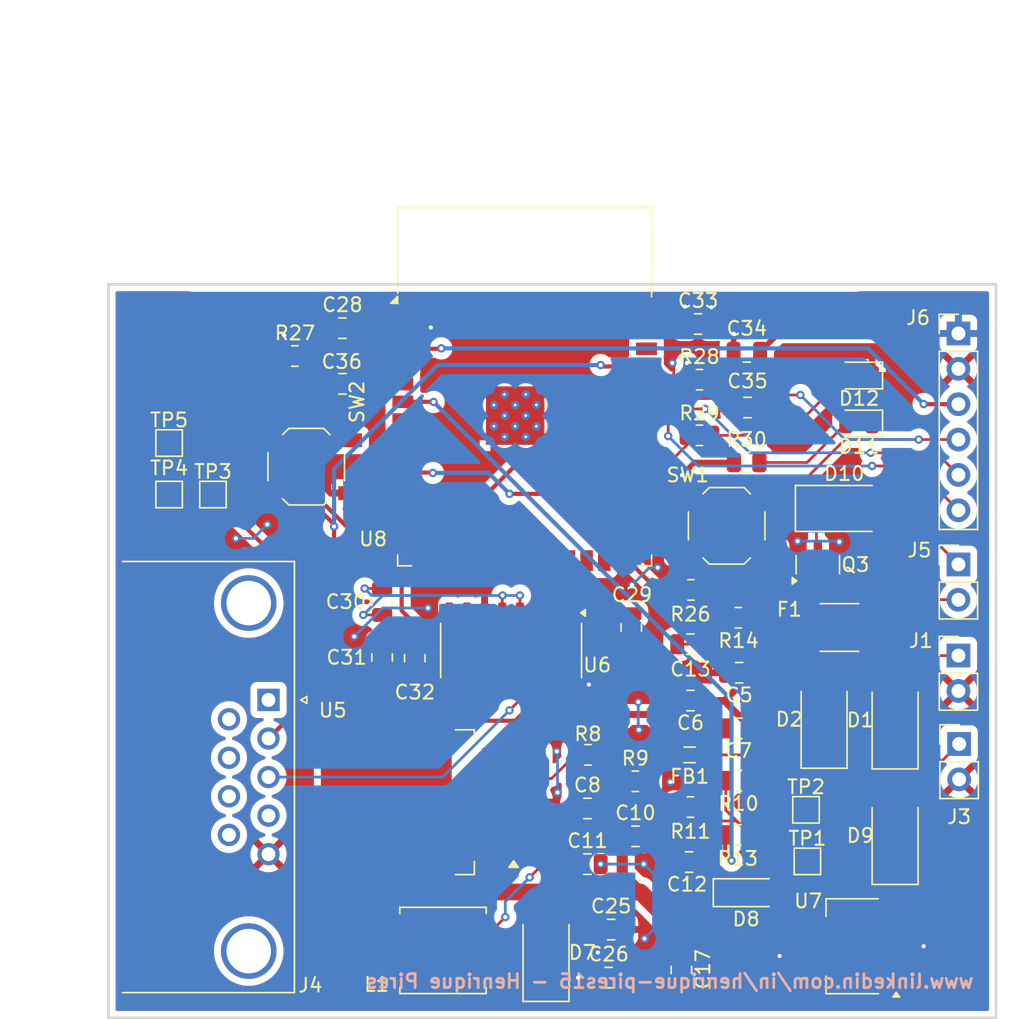
<source format=kicad_pcb>
(kicad_pcb (version 20241229) (generator "pcbnew") (generator_version "9.0")
  (layers (0 "F.Cu" signal) (2 "B.Cu" signal) (13 "F.Paste" user) (15 "B.Paste" user) (5 "F.SilkS" user "F.Silkscreen") (7 "B.SilkS" user "B.Silkscreen") (1 "F.Mask" user) (3 "B.Mask" user) (25 "Edge.Cuts" user))
  (net 0 "")
  (net 1 "+5V")
  (net 2 "GND")
  (net 3 "Net-(Q3-S)")
  (net 4 "Net-(Q3-G)")
  (net 5 "Net-(D10-K)")
  (net 6 "Net-(D7-A)")
  (net 7 "VIN")
  (net 8 "Net-(U5-FB)")
  (net 11 "EN")
  (net 15 "UART_TX")
  (net 23 "Net-(U8-IO5)")
  (net 27 "IO0")
  (net 28 "MOTOR_CTRL")
  (net 30 "UART_RX")
  (net 42 "IN12V_LVL")
  (net 43 "+3.3V")
  (net 44 "Net-(D8-A)")
  (net 45 "5V_MOTOR")
  (net 46 "Net-(U6-C1+)")
  (net 47 "Net-(U6-C2+)")
  (net 48 "Net-(D11-A)")
  (net 49 "Net-(D12-A)")
  (net 50 "Net-(D2-K)")
  (net 51 "Net-(D1-A2)")
  (net 52 "IN12V_RAW")
  (net 53 "Net-(D10-A)")
  (net 54 "DB9_TX")
  (net 55 "DB9_RX")
  (net 60 "Net-(D2-A)")
  (footprint "Capacitor_SMD:C_0805_2012Metric" (layer "F.Cu") (at 138.65 97.75)
    (property "Reference" "C7")
    (property "Value" "100nF")
  )
  (footprint "Connector_PinHeader_2.54mm:PinHeader_1x06_P2.54mm_Vertical" (layer "F.Cu") (at 154.45 69.38)
    (property "Reference" "J6")
    (property "Value" "Conn_01x06")
  )
  (footprint "Capacitor_SMD:C_0805_2012Metric" (layer "F.Cu") (at 129.5 112.2)
    (property "Reference" "C25")
    (property "Value" "10u")
  )
  (footprint "Capacitor_SMD:C_0805_2012Metric" (layer "F.Cu") (at 127.8 107.5)
    (property "Reference" "C11")
    (property "Value" "100 nF")
  )
  (footprint "Package_TO_SOT_SMD:TO-263-5_TabPin3" (layer "F.Cu") (at 114.85 103.05 180)
    (property "Reference" "U5")
    (property "Value" "LM2596S-ADJ")
  )
  (footprint "Resistor_SMD:R_0805_2012Metric" (layer "F.Cu") (at 138.65 101.5 180)
    (property "Reference" "R10")
    (property "Value" "100kΩ")
  )
  (footprint "Button_Switch_SMD:SW_SPST_TL3342" (layer "F.Cu") (at 107.6 78.95)
    (property "Reference" "SW2")
    (property "Value" "SW_Push")
  )
  (footprint "Package_TO_SOT_SMD:SOT-223-3_TabPin2" (layer "F.Cu") (at 146.85 113.4 180)
    (property "Reference" "U7")
    (property "Value" "AMS1117-3.3")
  )
  (footprint "Resistor_SMD:R_0805_2012Metric" (layer "F.Cu") (at 106.7875 71)
    (property "Reference" "R27")
    (property "Value" "10kΩ")
  )
  (footprint "Resistor_SMD:R_0805_2012Metric" (layer "F.Cu") (at 138.6375 89.8)
    (property "Reference" "R14")
    (property "Value" "100 kΩ")
  )
  (footprint "Diode_SMD:D_SMA" (layer "F.Cu") (at 149.9 97.15 90)
    (property "Reference" "D1")
    (property "Value" "D_TVS")
  )
  (footprint "Resistor_SMD:R_0805_2012Metric" (layer "F.Cu") (at 131.2375 101.55 180)
    (property "Reference" "R9")
    (property "Value" "1,20 kΩ")
  )
  (footprint "Package_TO_SOT_SMD:SOT-23" (layer "F.Cu") (at 144.35 85.9875 90)
    (property "Reference" "Q3")
    (property "Value" "AO3400A")
  )
  (footprint "Capacitor_SMD:C_0805_2012Metric" (layer "F.Cu") (at 110.2 73 180)
    (property "Reference" "C36")
    (property "Value" "1nF")
  )
  (footprint "RF_Module:ESP32-WROOM-32" (layer "F.Cu") (at 123.29 76.19)
    (property "Reference" "U8")
    (property "Value" "ESP32-WROOM-32")
  )
  (footprint "Capacitor_SMD:C_0805_2012Metric" (layer "F.Cu") (at 135.2 95.75)
    (property "Reference" "C6")
    (property "Value" "1µF")
  )
  (footprint "Capacitor_SMD:C_0805_2012Metric" (layer "F.Cu") (at 135.1 107.35)
    (property "Reference" "C12")
    (property "Value" "100nF")
  )
  (footprint "Inductor_SMD:L_Bourns_SRN6045TA" (layer "F.Cu") (at 117.425 113.7 180)
    (property "Reference" "L1")
    (property "Value" "L")
  )
  (footprint "TestPoint:TestPoint_Pad_1.5x1.5mm" (layer "F.Cu") (at 100.9 80.95)
    (property "Reference" "TP3")
    (property "Value" "TestPoint")
  )
  (footprint "Diode_SMD:D_SMA" (layer "F.Cu") (at 149.9 105.45 90)
    (property "Reference" "D9")
    (property "Value" "D_TVS")
  )
  (footprint "Resistor_SMD:R_0805_2012Metric" (layer "F.Cu") (at 127.8375 99.65 180)
    (property "Reference" "R8")
    (property "Value" "3,65 kΩ")
  )
  (footprint "Capacitor_SMD:C_0805_2012Metric" (layer "F.Cu") (at 129.325 115.65)
    (property "Reference" "C26")
    (property "Value" "10u")
  )
  (footprint "Diode_SMD:D_SMA" (layer "F.Cu") (at 144.8 97.1 90)
    (property "Reference" "D2")
    (property "Value" "D_Schottky")
  )
  (footprint "TestPoint:TestPoint_Pad_1.5x1.5mm" (layer "F.Cu") (at 97.75 77.25)
    (property "Reference" "TP5")
    (property "Value" "TestPoint")
  )
  (footprint "Inductor_SMD:L_0805_2012Metric" (layer "F.Cu") (at 135.1375 99.65 180)
    (property "Reference" "FB1")
    (property "Value" "FerriteBead")
  )
  (footprint "Capacitor_SMD:C_0805_2012Metric" (layer "F.Cu") (at 135.75 68.7)
    (property "Reference" "C33")
    (property "Value" "100uF")
  )
  (footprint "TestPoint:TestPoint_Pad_1.5x1.5mm" (layer "F.Cu") (at 97.75 80.95)
    (property "Reference" "TP4")
    (property "Value" "TestPoint")
  )
  (footprint "Capacitor_SMD:C_0805_2012Metric" (layer "F.Cu") (at 113.05 92.65 90)
    (property "Reference" "C31")
    (property "Value" "100 nF")
  )
  (footprint "Capacitor_SMD:C_0805_2012Metric" (layer "F.Cu") (at 127.8 103.5)
    (property "Reference" "C8")
    (property "Value" "10 µF")
  )
  (footprint "LED_SMD:LED_0805_2012Metric" (layer "F.Cu") (at 147.3125 75.85 180)
    (property "Reference" "D11")
    (property "Value" "LED")
  )
  (footprint "Capacitor_SMD:C_0805_2012Metric" (layer "F.Cu") (at 138.7 93.75)
    (property "Reference" "C5")
    (property "Value" "100µF")
  )
  (footprint "Resistor_SMD:R_0805_2012Metric" (layer "F.Cu") (at 135.85 76.7 180)
    (property "Reference" "R29")
    (property "Value" "330Ω")
  )
  (footprint "Capacitor_SMD:C_0805_2012Metric" (layer "F.Cu") (at 110.2 69)
    (property "Reference" "C28")
    (property "Value" "100nF")
  )
  (footprint "Capacitor_SMD:C_0805_2012Metric" (layer "F.Cu") (at 139.3 74.7 180)
    (property "Reference" "C35")
    (property "Value" "1nF")
  )
  (footprint "Diode_SMD:D_SMA" (layer "F.Cu") (at 146.25 81.95)
    (property "Reference" "D10")
    (property "Value" "D_Schottky")
  )
  (footprint "Connector_Dsub:DSUB-9_Pins_Horizontal_P2.77x2.84mm_EdgePinOffset7.70mm_Housed_MountingHolesOffset9.12mm" (layer "F.Cu") (at 104.89 95.705 -90)
    (property "Reference" "J4")
    (property "Value" "DE9_Pins")
  )
  (footprint "Capacitor_SMD:C_0805_2012Metric" (layer "F.Cu") (at 130.95 90.5 -90)
    (property "Reference" "C29")
    (property "Value" "100 nF")
  )
  (footprint "Capacitor_SMD:C_0805_2012Metric" (layer "F.Cu") (at 135.2 91.7)
    (property "Reference" "C13")
    (property "Value" "C")
  )
  (footprint "Diode_SMD:D_SOD-123" (layer "F.Cu") (at 139.2 109.55)
    (property "Reference" "D8")
    (property "Value" "D_Zener")
  )
  (footprint "Capacitor_SMD:C_0805_2012Metric" (layer "F.Cu") (at 131.25 105.5)
    (property "Reference" "C10")
    (property "Value" "220 µF")
  )
  (footprint "Button_Switch_SMD:SW_SPST_TL3342" (layer "F.Cu") (at 137.8 83.2)
    (property "Reference" "SW1")
    (property "Value" "SW_Push")
  )
  (footprint "LED_SMD:LED_0805_2012Metric" (layer "F.Cu") (at 147.3125 72.4 180)
    (property "Reference" "D12")
    (property "Value" "LED")
  )
  (footprint "Resistor_SMD:R_0805_2012Metric" (layer "F.Cu") (at 135.2375 87.8 180)
    (property "Reference" "R26")
    (property "Value" "100 kΩ")
  )
  (footprint "Connector_PinHeader_2.54mm:PinHeader_1x02_P2.54mm_Vertical" (layer "F.Cu") (at 154.45 92.52)
    (property "Reference" "J1")
    (property "Value" "Conn_01x02")
  )
  (footprint "Resistor_SMD:R_0805_2012Metric" (layer "F.Cu") (at 139.2375 78.65)
    (property "Reference" "R30")
    (property "Value" "330Ω")
  )
  (footprint "Resistor_SMD:R_0805_2012Metric" (layer "F.Cu") (at 135.85 72.7)
    (property "Reference" "R28")
    (property "Value" "10kΩ")
  )
  (footprint "Capacitor_SMD:C_0805_2012Metric" (layer "F.Cu") (at 139.25 70.7)
    (property "Reference" "C34")
    (property "Value" "100uF")
  )
  (footprint "TestPoint:TestPoint_Pad_1.5x1.5mm" (layer "F.Cu") (at 143.5 103.6)
    (property "Reference" "TP2")
    (property "Value" "TestPoint")
  )
  (footprint "Diode_SMD:D_SMA" (layer "F.Cu") (at 124.825 113.85 90)
    (property "Reference" "D7")
    (property "Value" "D_Schottky")
  )
  (footprint "Resistor_SMD:R_0805_2012Metric" (layer "F.Cu") (at 138.6 105.4)
    (property "Reference" "R13")
    (property "Value" "1kΩ")
  )
  (footprint "Resistor_SMD:R_0805_2012Metric" (layer "F.Cu") (at 135.2 103.4)
    (property "Reference" "R11")
    (property "Value" "33kΩ")
  )
  (footprint "Capacitor_SMD:C_0805_2012Metric" (layer "F.Cu") (at 113.05 88.65 90)
    (property "Reference" "C30")
    (property "Value" "100 nF")
  )
  (footprint "Connector_PinHeader_2.54mm:PinHeader_1x02_P2.54mm_Vertical" (layer "F.Cu") (at 154.45 85.97)
    (property "Reference" "J5")
    (property "Value" "Conn_01x02")
  )
  (footprint "TestPoint:TestPoint_Pad_1.5x1.5mm" (layer "F.Cu") (at 143.6 107.3)
    (property "Reference" "TP1")
    (property "Value" "TestPoint")
  )
  (footprint "Capacitor_SMD:C_0805_2012Metric" (layer "F.Cu") (at 134.55 115.1 -90)
    (property "Reference" "C17")
    (property "Value" "10u")
  )
  (footprint "Capacitor_SMD:C_0805_2012Metric" (layer "F.Cu") (at 115.4 92.7 90)
    (property "Reference" "C32")
    (property "Value" "100 nF")
  )
  (footprint "Fuse:Fuse_1812_4532Metric" (layer "F.Cu") (at 145.9 90.5 180)
    (property "Reference" "F1")
    (property "Value" "Fuse")
  )
  (footprint "Package_SO:SOIC-16_3.9x9.9mm_P1.27mm" (layer "F.Cu") (at 122.315 92.15 -90)
    (property "Reference" "U6")
    (property "Value" "MAX3232")
  )
  (footprint "Connector_PinHeader_2.54mm:PinHeader_1x02_P2.54mm_Vertical" (layer "F.Cu") (at 154.5 98.87)
    (property "Reference" "J3")
    (property "Value" "Conn_01x02")
  )
  (gr_rect (start 93.4 65.85) (end 157.15 118.55) (stroke (width 0.2)) (fill no) (layer "Edge.Cuts"))
  (gr_text "www.linkedin.com/in/henrique-pires15 - Henrique Pires " (at 155.65 116.5 -0) (layer "B.SilkS") (effects (font (size 1 1) (thickness 0.2) (bold yes)) (justify left bottom mirror)))
  (segment (start 134.55 112.45) (end 134.2 112.1) (width 0.8) (layer "F.Cu") (net 1))
  (segment (start 130.3 105.5) (end 130.3 108.2) (width 0.8) (layer "F.Cu") (net 1))
  (segment (start 149.7 110.8) (end 150 111.1) (width 0.2) (layer "F.Cu") (net 1))
  (segment (start 142.6 110.35) (end 149.25 110.35) (width 0.8) (layer "F.Cu") (net 1))
  (segment (start 126.85 101.55) (end 128.75 99.65) (width 0.8) (layer "F.Cu") (net 1))
  (segment (start 117.3 109.5) (end 115.35 111.45) (width 0.8) (layer "F.Cu") (net 1))
  (segment (start 115.35 111.45) (end 115.35 113.7) (width 0.2) (layer "F.Cu") (net 1))
  (segment (start 128.25 105.5) (end 126.85 106.9) (width 0.8) (layer "F.Cu") (net 1))
  (segment (start 149.25 110.35) (end 149.7 110.8) (width 0.8) (layer "F.Cu") (net 1))
  (segment (start 126.85 106.9) (end 126.85 107.5) (width 0.8) (layer "F.Cu") (net 1))
  (segment (start 132.15 101.55) (end 132.15 103.65) (width 0.8) (layer "F.Cu") (net 1))
  (segment (start 117.3 109.5) (end 131.6 109.5) (width 1.2) (layer "F.Cu") (net 1))
  (segment (start 130.3 108.2) (end 131.675 109.575) (width 0.8) (layer "F.Cu") (net 1))
  (segment (start 124.85 109.5) (end 126.85 107.5) (width 0.8) (layer "F.Cu") (net 1))
  (segment (start 140.85 112.1) (end 142.6 110.35) (width 0.8) (layer "F.Cu") (net 1))
  (segment (start 131.6 109.5) (end 131.675 109.575) (width 0.2) (layer "F.Cu") (net 1))
  (segment (start 132.15 103.65) (end 130.3 105.5) (width 0.8) (layer "F.Cu") (net 1))
  (segment (start 126.85 107.5) (end 126.85 103.5) (width 0.8) (layer "F.Cu") (net 1))
  (segment (start 140.85 112.1) (end 134.2 112.1) (width 1.2) (layer "F.Cu") (net 1))
  (segment (start 130.3 105.5) (end 128.25 105.5) (width 0.8) (layer "F.Cu") (net 1))
  (segment (start 117.3 109.5) (end 124.85 109.5) (width 0.2) (layer "F.Cu") (net 1))
  (segment (start 134.55 114.15) (end 134.55 112.45) (width 0.8) (layer "F.Cu") (net 1))
  (segment (start 134.2 112.1) (end 131.675 109.575) (width 1.2) (layer "F.Cu") (net 1))
  (segment (start 126.85 103.5) (end 126.85 101.55) (width 0.8) (layer "F.Cu") (net 1))
  (segment (start 133.15 104.55) (end 133.15 102.2) (width 0.2) (layer "F.Cu") (net 2))
  (segment (start 134.001 71.601) (end 133.9 71.5) (width 0.2) (layer "F.Cu") (net 2))
  (segment (start 137.7 74.05) (end 134.78884 74.05) (width 0.2) (layer "F.Cu") (net 2))
  (segment (start 134.78884 74.05) (end 134.001 73.26216) (width 0.2) (layer "F.Cu") (net 2))
  (segment (start 138.35 74.7) (end 137.7 74.05) (width 0.2) (layer "F.Cu") (net 2))
  (segment (start 132.2 105.5) (end 133.15 104.55) (width 0.2) (layer "F.Cu") (net 2))
  (segment (start 133.15 102.2) (end 133.75 101.6) (width 0.2) (layer "F.Cu") (net 2))
  (segment (start 134.001 73.26216) (end 134.001 71.601) (width 0.2) (layer "F.Cu") (net 2))
  (via (at 145.9 84.35) (size 0.6) (drill 0.3) (layers "F.Cu" "B.Cu") (net 2))
  (via (at 131.85 107.5) (size 0.6) (drill 0.3) (layers "F.Cu" "B.Cu") (net 2))
  (via (at 125.6 99.4) (size 0.6) (drill 0.3) (layers "F.Cu" "B.Cu") (net 2))
  (via (at 131.45 95.85) (size 0.6) (drill 0.3) (layers "F.Cu" "B.Cu") (net 2))
  (via (at 116.35 89.1) (size 0.6) (drill 0.3) (layers "F.Cu" "B.Cu") (net 2))
  (via (at 111.05 91.15) (size 0.6) (drill 0.3) (layers "F.Cu" "B.Cu") (net 2))
  (via (at 133.75 101.6) (size 0.6) (drill 0.3) (layers "F.Cu" "B.Cu") (net 2))
  (via (at 131.5 97.85) (size 0.6) (drill 0.3) (layers "F.Cu" "B.Cu") (net 2))
  (via (at 133.9 71.5) (size 0.6) (drill 0.3) (layers "F.Cu" "B.Cu") (net 2))
  (via (at 131.9 112.85) (size 0.6) (drill 0.3) (layers "F.Cu" "B.Cu") (net 2))
  (via (at 132.85 86.2) (size 0.6) (drill 0.3) (layers "F.Cu" "B.Cu") (net 2))
  (via (at 128.75 107.5) (size 0.6) (drill 0.3) (layers "F.Cu" "B.Cu") (net 2))
  (via (at 125.65 102.35) (size 0.6) (drill 0.3) (layers "F.Cu" "B.Cu") (net 2))
  (via (at 142.9 84.3) (size 0.6) (drill 0.3) (layers "F.Cu" "B.Cu") (net 2))
  (via (at 102.55 84.1) (size 0.6) (drill 0.3) (layers "F.Cu" "B.Cu") (net 2))
  (via (at 104.8 83.1) (size 0.6) (drill 0.3) (layers "F.Cu" "B.Cu") (net 2))
  (via (at 131 87.45) (size 0.6) (drill 0.3) (layers "F.Cu" "B.Cu") (net 2))
  (segment (start 132.65 108.3) (end 131.85 107.5) (width 0.2) (layer "B.Cu") (net 2))
  (segment (start 131.9 112.85) (end 132.65 112.1) (width 0.2) (layer "B.Cu") (net 2))
  (segment (start 142.9 84.3) (end 145.85 84.3) (width 0.2) (layer "B.Cu") (net 2))
  (segment (start 103.8 84.1) (end 104.8 83.1) (width 0.2) (layer "B.Cu") (net 2))
  (segment (start 102.55 84.1) (end 103.8 84.1) (width 0.2) (layer "B.Cu") (net 2))
  (segment (start 125.65 99.45) (end 125.6 99.4) (width 0.2) (layer "B.Cu") (net 2))
  (segment (start 131.45 95.85) (end 131.45 97.8) (width 0.2) (layer "B.Cu") (net 2))
  (segment (start 145.85 84.3) (end 145.9 84.35) (width 0.2) (layer "B.Cu") (net 2))
  (segment (start 111.05 91.15) (end 113.1 89.1) (width 0.2) (layer "B.Cu") (net 2))
  (segment (start 132.25 86.2) (end 132.85 86.2) (width 0.2) (layer "B.Cu") (net 2))
  (segment (start 131 87.45) (end 132.25 86.2) (width 0.2) (layer "B.Cu") (net 2))
  (segment (start 113.1 89.1) (end 116.35 89.1) (width 0.2) (layer "B.Cu") (net 2))
  (segment (start 125.65 102.35) (end 125.65 99.45) (width 0.2) (layer "B.Cu") (net 2))
  (segment (start 128.75 107.5) (end 131.85 107.5) (width 0.2) (layer "B.Cu") (net 2))
  (segment (start 132.65 112.1) (end 132.65 108.3) (width 0.2) (layer "B.Cu") (net 2))
  (segment (start 131.45 97.8) (end 131.5 97.85) (width 0.2) (layer "B.Cu") (net 2))
  (segment (start 145.3 86.925) (end 144.2615 87.9635) (width 0.2) (layer "F.Cu") (net 3))
  (segment (start 144.2615 87.9635) (end 141.3865 87.9635) (width 0.2) (layer "F.Cu") (net 3))
  (segment (start 141.3865 87.9635) (end 139.55 89.8) (width 0.2) (layer "F.Cu") (net 3))
  (segment (start 143.4 86.925) (end 137.025 86.925) (width 0.2) (layer "F.Cu") (net 4))
  (segment (start 137.025 86.925) (end 136.15 87.8) (width 0.2) (layer "F.Cu") (net 4))
  (segment (start 144.25 84.95) (end 144.35 85.05) (width 0.2) (layer "F.Cu") (net 5))
  (segment (start 144.25 81.95) (end 144.25 84.95) (width 0.2) (layer "F.Cu") (net 5))
  (segment (start 124.8 104.75) (end 125.101 105.051) (width 0.2) (layer "F.Cu") (net 6))
  (segment (start 125.101 105.051) (end 125.101 106.999) (width 0.2) (layer "F.Cu") (net 6))
  (segment (start 122.975 113.7) (end 124.825 111.85) (width 0.2) (layer "F.Cu") (net 6))
  (segment (start 125.101 106.999) (end 123.65 108.45) (width 0.2) (layer "F.Cu") (net 6))
  (segment (start 119.5 113.7) (end 122.975 113.7) (width 0.2) (layer "F.Cu") (net 6))
  (segment (start 122.5 104.75) (end 124.8 104.75) (width 0.2) (layer "F.Cu") (net 6))
  (segment (start 119.5 113.7) (end 121.9 111.3) (width 0.2) (layer "F.Cu") (net 6))
  (via (at 123.65 108.45) (size 0.6) (drill 0.3) (layers "F.Cu" "B.Cu") (net 6))
  (via (at 121.9 111.3) (size 0.6) (drill 0.3) (layers "F.Cu" "B.Cu") (net 6))
  (segment (start 121.9 110.2) (end 121.9 111.3) (width 0.2) (layer "B.Cu") (net 6))
  (segment (start 123.65 108.45) (end 121.9 110.2) (width 0.2) (layer "B.Cu") (net 6))
  (segment (start 134.075 99.65) (end 134.075 97.825) (width 0.5) (layer "F.Cu") (net 7))
  (segment (start 136.15 95.75) (end 137.6 95.75) (width 0.5) (layer "F.Cu") (net 7))
  (segment (start 133.475 97.825) (end 132.75 97.1) (width 0.5) (layer "F.Cu") (net 7))
  (segment (start 134.075 97.825) (end 133.475 97.825) (width 0.5) (layer "F.Cu") (net 7))
  (segment (start 121.699 107.251) (end 119.701 107.251) (width 0.5) (layer "F.Cu") (net 7))
  (segment (start 120.2 99.65) (end 122.5 99.65) (width 0.5) (layer "F.Cu") (net 7))
  (segment (start 132.4 96.75) (end 130.7 96.75) (width 0.5) (layer "F.Cu") (net 7))
  (segment (start 137.6 95.75) (end 139.6 97.75) (width 0.5) (layer "F.Cu") (net 7))
  (segment (start 134.8 97.1) (end 136.15 95.75) (width 0.5) (layer "F.Cu") (net 7))
  (segment (start 125.05 97.1) (end 122.5 99.65) (width 0.5) (layer "F.Cu") (net 7))
  (segment (start 118.85 106.4) (end 118.85 101) (width 0.5) (layer "F.Cu") (net 7))
  (segment (start 132.75 97.1) (end 132.4 96.75) (width 0.5) (layer "F.Cu") (net 7))
  (segment (start 130.35 97.1) (end 125.05 97.1) (width 0.5) (layer "F.Cu") (net 7))
  (segment (start 118.85 101) (end 120.2 99.65) (width 0.5) (layer "F.Cu") (net 7))
  (segment (start 130.7 96.75) (end 130.35 97.1) (width 0.5) (layer "F.Cu") (net 7))
  (segment (start 119.701 107.251) (end 118.85 106.4) (width 0.5) (layer "F.Cu") (net 7))
  (segment (start 134.075 97.825) (end 136.15 95.75) (width 0.5) (layer "F.Cu") (net 7))
  (segment (start 137.65 95.75) (end 139.65 93.75) (width 0.5) (layer "F.Cu") (net 7))
  (segment (start 122.5 106.45) (end 121.699 107.251) (width 0.5) (layer "F.Cu") (net 7))
  (segment (start 136.15 95.75) (end 137.65 95.75) (width 0.5) (layer "F.Cu") (net 7))
  (segment (start 125.225 101.35) (end 126.925 99.65) (width 0.2) (layer "F.Cu") (net 8))
  (segment (start 122.5 101.35) (end 125.225 101.35) (width 0.2) (layer "F.Cu") (net 8))
  (segment (start 109.25 70.9) (end 109.15 71) (width 0.2) (layer "F.Cu") (net 11))
  (segment (start 110.75 77.05) (end 110.75 73.4) (width 0.2) (layer "F.Cu") (net 11))
  (segment (start 114.54 70.48) (end 109.67 70.48) (width 0.2) (layer "F.Cu") (net 11))
  (segment (start 117.27 70.48) (end 114.54 70.48) (width 0.3) (layer "F.Cu") (net 11))
  (segment (start 109.67 70.48) (end 109.25 70.9) (width 0.2) (layer "F.Cu") (net 11))
  (segment (start 110.75 73.4) (end 111.15 73) (width 0.2) (layer "F.Cu") (net 11))
  (segment (start 151.96 74.46) (end 151.95 74.45) (width 0.3) (layer "F.Cu") (net 11))
  (segment (start 110.75 77.05) (end 104.45 77.05) (width 0.2) (layer "F.Cu") (net 11))
  (segment (start 109.15 71) (end 111.15 73) (width 0.2) (layer "F.Cu") (net 11))
  (segment (start 117.3 70.45) (end 117.27 70.48) (width 0.3) (layer "F.Cu") (net 11))
  (segment (start 154.45 74.46) (end 151.96 74.46) (width 0.3) (layer "F.Cu") (net 11))
  (segment (start 111.15 69) (end 109.25 70.9) (width 0.2) (layer "F.Cu") (net 11))
  (segment (start 107.7 71) (end 109.15 71) (width 0.2) (layer "F.Cu") (net 11))
  (via (at 117.3 70.45) (size 0.6) (drill 0.3) (layers "F.Cu" "B.Cu") (net 11))
  (via (at 151.95 74.45) (size 0.6) (drill 0.3) (layers "F.Cu" "B.Cu") (net 11))
  (segment (start 151.95 74.45) (end 147.95 70.45) (width 0.3) (layer "B.Cu") (net 11))
  (segment (start 147.95 70.45) (end 117.3 70.45) (width 0.3) (layer "B.Cu") (net 11))
  (segment (start 105.95 79.45) (end 109.6 83.1) (width 0.3) (layer "F.Cu") (net 15))
  (segment (start 133.6 72.778) (end 132.572 71.75) (width 0.2) (layer "F.Cu") (net 15))
  (segment (start 112.1 96.55) (end 119.459999 96.55) (width 0.3) (layer "F.Cu") (net 15))
  (segment (start 101.65 79.1) (end 102 79.45) (width 0.3) (layer "F.Cu") (net 15))
  (segment (start 120.41 95.599999) (end 120.41 94.625) (width 0.3) (layer "F.Cu") (net 15))
  (segment (start 134.001 73.8819) (end 133.6 73.4809) (width 0.2) (layer "F.Cu") (net 15))
  (segment (start 132.572 71.75) (end 132.04 71.75) (width 0.2) (layer "F.Cu") (net 15))
  (segment (start 134.001 73.901) (end 134.001 73.8819) (width 0.2) (layer "F.Cu") (net 15))
  (segment (start 154.45 79.54) (end 152.86 77.95) (width 0.2) (layer "F.Cu") (net 15))
  (segment (start 133.6 73.4809) (end 133.6 72.778) (width 0.2) (layer "F.Cu") (net 15))
  (segment (start 99.6 79.1) (end 101.65 79.1) (width 0.3) (layer "F.Cu") (net 15))
  (segment (start 128.85 71.75) (end 132.04 71.75) (width 0.3) (layer "F.Cu") (net 15))
  (segment (start 97.75 80.95) (end 99.6 79.1) (width 0.3) (layer "F.Cu") (net 15))
  (segment (start 128.75 71.65) (end 128.85 71.75) (width 0.3) (layer "F.Cu") (net 15))
  (segment (start 102 79.45) (end 105.95 79.45) (width 0.3) (layer "F.Cu") (net 15))
  (segment (start 109.6 83.1) (end 109.6 83.25) (width 0.3) (layer "F.Cu") (net 15))
  (segment (start 134.9 74.8) (end 134.001 73.901) (width 0.2) (layer "F.Cu") (net 15))
  (segment (start 109.6 83.25) (end 109.6 94.05) (width 0.3) (layer "F.Cu") (net 15))
  (segment (start 152.86 77.95) (end 148.15 77.95) (width 0.2) (layer "F.Cu") (net 15))
  (segment (start 109.6 94.05) (end 112.1 96.55) (width 0.3) (layer "F.Cu") (net 15))
  (segment (start 119.459999 96.55) (end 120.41 95.599999) (width 0.3) (layer "F.Cu") (net 15))
  (segment (start 136.25 74.8) (end 134.9 74.8) (width 0.2) (layer "F.Cu") (net 15))
  (via (at 136.25 74.8) (size 0.6) (drill 0.3) (layers "F.Cu" "B.Cu") (net 15))
  (via (at 128.75 71.65) (size 0.6) (drill 0.3) (layers "F.Cu" "B.Cu") (net 15))
  (via (at 109.6 83.25) (size 0.6) (drill 0.3) (layers "F.Cu" "B.Cu") (net 15))
  (via (at 148.15 77.95) (size 0.6) (drill 0.3) (layers "F.Cu" "B.Cu") (net 15))
  (segment (start 136.3 74.8) (end 136.25 74.8) (width 0.2) (layer "B.Cu") (net 15))
  (segment (start 117.05 71.65) (end 128.75 71.65) (width 0.3) (layer "B.Cu") (net 15))
  (segment (start 109.6 79.1) (end 117.05 71.65) (width 0.3) (layer "B.Cu") (net 15))
  (segment (start 148.15 77.95) (end 139.45 77.95) (width 0.2) (layer "B.Cu") (net 15))
  (segment (start 138.275 76.775) (end 138.225 76.725) (width 0.2) (layer "B.Cu") (net 15))
  (segment (start 109.6 83.25) (end 109.6 79.1) (width 0.3) (layer "B.Cu") (net 15))
  (segment (start 139.45 77.95) (end 138.275 76.775) (width 0.2) (layer "B.Cu") (net 15))
  (segment (start 138.275 76.775) (end 136.3 74.8) (width 0.2) (layer "B.Cu") (net 15))
  (segment (start 134.9375 77.4) (end 132.9675 79.37) (width 0.2) (layer "F.Cu") (net 23))
  (segment (start 132.9675 79.37) (end 132.04 79.37) (width 0.2) (layer "F.Cu") (net 23))
  (segment (start 134.9375 76.7) (end 134.9375 77.4) (width 0.2) (layer "F.Cu") (net 23))
  (segment (start 134.65 82.372) (end 132.572 84.45) (width 0.2) (layer "F.Cu") (net 27))
  (segment (start 140.25 74.7) (end 138.25 72.7) (width 0.2) (layer "F.Cu") (net 27))
  (segment (start 151.6 77) (end 154.45 77) (width 0.2) (layer "F.Cu") (net 27))
  (segment (start 146.3 77) (end 151.6 77) (width 0.2) (layer "F.Cu") (net 27))
  (segment (start 140.25 74.7) (end 141.15 73.8) (width 0.2) (layer "F.Cu") (net 27))
  (segment (start 143.1 73.8) (end 143.25 73.8) (width 0.2) (layer "F.Cu") (net 27))
  (segment (start 140.95 81.3) (end 142 81.3) (width 0.2) (layer "F.Cu") (net 27))
  (segment (start 132.572 84.45) (end 132.04 84.45) (width 0.2) (layer "F.Cu") (net 27))
  (segment (start 142 81.3) (end 146.3 77) (width 0.2) (layer "F.Cu") (net 27))
  (segment (start 138.25 72.7) (end 136.7625 72.7) (width 0.2) (layer "F.Cu") (net 27))
  (segment (start 141.15 73.8) (end 143.1 73.8) (width 0.2) (layer "F.Cu") (net 27))
  (segment (start 134.65 81.3) (end 140.95 81.3) (width 0.2) (layer "F.Cu") (net 27))
  (segment (start 134.65 81.3) (end 134.65 82.372) (width 0.2) (layer "F.Cu") (net 27))
  (via (at 143.1 73.8) (size 0.6) (drill 0.3) (layers "F.Cu" "B.Cu") (net 27))
  (via (at 151.6 77) (size 0.6) (drill 0.3) (layers "F.Cu" "B.Cu") (net 27))
  (segment (start 146.3 77) (end 143.1 73.8) (width 0.2) (layer "B.Cu") (net 27))
  (segment (start 151.6 77) (end 146.3 77) (width 0.2) (layer "B.Cu") (net 27))
  (segment (start 134.82634 89.8) (end 125.92634 80.9) (width 0.3) (layer "F.Cu") (net 28))
  (segment (start 137.725 89.8) (end 134.82634 89.8) (width 0.3) (layer "F.Cu") (net 28))
  (segment (start 116.7 79.4) (end 116.67 79.37) (width 0.3) (layer "F.Cu") (net 28))
  (segment (start 122.2 80.9) (end 122.1 80.9) (width 0.3) (layer "F.Cu") (net 28))
  (segment (start 116.67 79.37) (end 114.54 79.37) (width 0.3) (layer "F.Cu") (net 28))
  (segment (start 125.92634 80.9) (end 122.2 80.9) (width 0.3) (layer "F.Cu") (net 28))
  (via (at 122.2 80.9) (size 0.6) (drill 0.3) (layers "F.Cu" "B.Cu") (net 28))
  (via (at 116.7 79.4) (size 0.6) (drill 0.3) (layers "F.Cu" "B.Cu") (net 28))
  (segment (start 122.2 80.9) (end 120.7 79.4) (width 0.3) (layer "B.Cu") (net 28))
  (segment (start 120.7 79.4) (end 116.7 79.4) (width 0.3) (layer "B.Cu") (net 28))
  (segment (start 114.27242 87.02242) (end 106.3 79.05) (width 0.3) (layer "F.Cu") (net 30))
  (segment (start 123.396 78.082) (end 126.028 78.082) (width 0.3) (layer "F.Cu") (net 30))
  (segment (start 114.45558 87.02242) (end 114.27242 87.02242) (width 0.3) (layer "F.Cu") (net 30))
  (segment (start 126.028 78.082) (end 131.09 73.02) (width 0.3) (layer "F.Cu") (net 30))
  (segment (start 133.6 76.75) (end 133.6 74.048) (width 0.2) (layer "F.Cu") (net 30))
  (segment (start 133.6 74.048) (end 132.572 73.02) (width 0.2) (layer "F.Cu") (net 30))
  (segment (start 151.27 78.9) (end 148.25 78.9) (width 0.2) (layer "F.Cu") (net 30))
  (segment (start 106.2 78.95) (end 102.6 78.95) (width 0.3) (layer "F.Cu") (net 30))
  (segment (start 121.68 93.650001) (end 119.294839 91.26484) (width 0.3) (layer "F.Cu") (net 30))
  (segment (start 119.294839 91.26484) (end 116.426 91.26484) (width 0.3) (layer "F.Cu") (net 30))
  (segment (start 106.3 79.05) (end 106.2 78.95) (width 0.3) (layer "F.Cu") (net 30))
  (segment (start 102.6 78.95) (end 100.9 77.25) (width 0.3) (layer "F.Cu") (net 30))
  (segment (start 100.9 77.25) (end 97.75 77.25) (width 0.3) (layer "F.Cu") (net 30))
  (segment (start 114.45558 89.29442) (end 114.45558 87.02242) (width 0.3) (layer "F.Cu") (net 30))
  (segment (start 116.426 91.26484) (end 114.45558 89.29442) (width 0.3) (layer "F.Cu") (net 30))
  (segment (start 132.572 73.02) (end 132.04 73.02) (width 0.2) (layer "F.Cu") (net 30))
  (segment (start 131.09 73.02) (end 132.04 73.02) (width 0.3) (layer "F.Cu") (net 30))
  (segment (start 154.45 82.08) (end 151.27 78.9) (width 0.2) (layer "F.Cu") (net 30))
  (segment (start 121.68 94.625) (end 121.68 93.650001) (width 0.3) (layer "F.Cu") (net 30))
  (segment (start 114.45558 87.02242) (end 123.396 78.082) (width 0.3) (layer "F.Cu") (net 30))
  (via (at 133.6 76.75) (size 0.6) (drill 0.3) (layers "F.Cu" "B.Cu") (net 30))
  (via (at 148.25 78.9) (size 0.6) (drill 0.3) (layers "F.Cu" "B.Cu") (net 30))
  (segment (start 148.25 78.9) (end 135.75 78.9) (width 0.2) (layer "B.Cu") (net 30))
  (segment (start 135.75 78.9) (end 133.6 76.75) (width 0.2) (layer "B.Cu") (net 30))
  (segment (start 116.74 74.29) (end 114.54 74.29) (width 0.3) (layer "F.Cu") (net 42))
  (segment (start 137.6875 105.4) (end 137.6875 106.7875) (width 0.3) (layer "F.Cu") (net 42))
  (segment (start 116.75 74.3) (end 116.74 74.29) (width 0.3) (layer "F.Cu") (net 42))
  (segment (start 137.6875 106.7875) (end 138.15 107.25) (width 0.3) (layer "F.Cu") (net 42))
  (via (at 138.15 107.25) (size 0.6) (drill 0.3) (layers "F.Cu" "B.Cu") (net 42))
  (via (at 116.75 74.3) (size 0.6) (drill 0.3) (layers "F.Cu" "B.Cu") (net 42))
  (segment (start 138.15 107.25) (end 138.15 95.7) (width 0.3) (layer "B.Cu") (net 42))
  (segment (start 138.15 95.7) (end 116.75 74.3) (width 0.3) (layer "B.Cu") (net 42))
  (segment (start 128.375 115.65) (end 127.125 115.65) (width 0.4) (layer "F.Cu") (net 43))
  (segment (start 141.52 69.38) (end 140.2 70.7) (width 0.4) (layer "F.Cu") (net 43))
  (segment (start 105.875 71) (end 105.875 69.675) (width 0.2) (layer "F.Cu") (net 43))
  (segment (start 143.7 113.4) (end 142.3 113.4) (width 0.4) (layer "F.Cu") (net 43))
  (segment (start 138.3 70.7) (end 138.3 69.4) (width 0.4) (layer "F.Cu") (net 43))
  (segment (start 114.54 69.21) (end 116.29 69.21) (width 0.2) (layer "F.Cu") (net 43))
  (segment (start 138.325 78.65) (end 135.5 78.65) (width 0.4) (layer "F.Cu") (net 43))
  (segment (start 134.9375 72.7) (end 134.9375 71.5125) (width 0.4) (layer "F.Cu") (net 43))
  (segment (start 134.8 68.7) (end 134.8 67.45) (width 0.4) (layer "F.Cu") (net 43))
  (segment (start 136.7 68.7) (end 136.7 67.5) (width 0.4) (layer "F.Cu") (net 43))
  (segment (start 142.3 113.4) (end 141.6 114.1) (width 0.4) (layer "F.Cu") (net 43))
  (segment (start 106.025 69.525) (end 106.05 69.5) (width 0.2) (layer "F.Cu") (net 43))
  (segment (start 126.76 94.625) (end 127.875 94.625) (width 0.4) (layer "F.Cu") (net 43))
  (segment (start 127.875 94.625) (end 127.9 94.6) (width 0.4) (layer "F.Cu") (net 43))
  (segment (start 135.5 78.65) (end 134.6 79.55) (width 0.4) (layer "F.Cu") (net 43))
  (segment (start 150 113.4) (end 151.95 113.4) (width 0.4) (layer "F.Cu") (net 43))
  (segment (start 116.29 69.21) (end 116.55 68.95) (width 0.2) (layer "F.Cu") (net 43))
  (segment (start 154.45 69.38) (end 141.52 69.38) (width 0.4) (layer "F.Cu") (net 43))
  (segment (start 134.9375 71.5125) (end 134.95 71.5) (width 0.4) (layer "F.Cu") (net 43))
  (segment (start 128.55 112.2) (end 128.55 113.85) (width 0.4) (layer "F.Cu") (net 43))
  (segment (start 105.875 69.675) (end 106.025 69.525) (width 0.2) (layer "F.Cu") (net 43))
  (via (at 116.55 68.95) (size 0.6) (drill 0.3) (layers "F.Cu" "B.Cu") (net 43))
  (via (at 134.8 67.45) (size 0.6) (drill 0.3) (layers "F.Cu" "B.Cu") (net 43))
  (via (at 127.9 94.6) (size 0.6) (drill 0.3) (layers "F.Cu" "B.Cu") (net 43))
  (via (at 141.6 114.1) (size 0.6) (drill 0.3) (layers "F.Cu" "B.Cu") (net 43))
  (via (at 128.55 113.85) (size 0.6) (drill 0.3) (layers "F.Cu" "B.Cu") (net 43))
  (via (at 106.025 69.525) (size 0.6) (drill 0.3) (layers "F.Cu" "B.Cu") (net 43))
  (via (at 134.95 71.5) (size 0.6) (drill 0.3) (layers "F.Cu" "B.Cu") (net 43))
  (via (at 134.6 79.55) (size 0.6) (drill 0.3) (layers "F.Cu" "B.Cu") (net 43))
  (via (at 138.3 69.4) (size 0.6) (drill 0.3) (layers "F.Cu" "B.Cu") (net 43))
  (via (at 127.125 115.65) (size 0.6) (drill 0.3) (layers "F.Cu" "B.Cu") (net 43))
  (via (at 136.7 67.5) (size 0.6) (drill 0.3) (layers "F.Cu" "B.Cu") (net 43))
  (via (at 151.95 113.4) (size 0.6) (drill 0.3) (layers "F.Cu" "B.Cu") (net 43))
  (segment (start 138.5115 104.399) (end 136.61216 104.399) (width 0.2) (layer "F.Cu") (net 44))
  (segment (start 143.6 107.3) (end 141.4125 107.3) (width 0.2) (layer "F.Cu") (net 44))
  (segment (start 141.4125 107.3) (end 139.5125 105.4) (width 0.2) (layer "F.Cu") (net 44))
  (segment (start 134.2875 103.4) (end 134.2875 107.2125) (width 0.2) (layer "F.Cu") (net 44))
  (segment (start 134.2875 107.2125) (end 134.15 107.35) (width 0.2) (layer "F.Cu") (net 44))
  (segment (start 136.61216 104.399) (end 136.61016 104.401) (width 0.2) (layer "F.Cu") (net 44))
  (segment (start 135.2885 104.401) (end 134.2875 103.4) (width 0.2) (layer "F.Cu") (net 44))
  (segment (start 136.61016 104.401) (end 135.2885 104.401) (width 0.2) (layer "F.Cu") (net 44))
  (segment (start 137.7375 101.5) (end 137.7375 103.625) (width 0.2) (layer "F.Cu") (net 44))
  (segment (start 139.5125 105.4) (end 138.5115 104.399) (width 0.2) (layer "F.Cu") (net 44))
  (segment (start 137.7375 103.625) (end 139.5125 105.4) (width 0.2) (layer "F.Cu") (net 44))
  (segment (start 140.85 109.55) (end 140.85 107.8625) (width 0.2) (layer "F.Cu") (net 44))
  (segment (start 140.85 107.8625) (end 141.4125 107.3) (width 0.2) (layer "F.Cu") (net 44))
  (segment (start 142.34966 88.499) (end 139.14866 91.7) (width 0.2) (layer "F.Cu") (net 45))
  (segment (start 154.439 88.499) (end 142.34966 88.499) (width 0.2) (layer "F.Cu") (net 45))
  (segment (start 139.14866 91.7) (end 138 91.7) (width 0.2) (layer "F.Cu") (net 45))
  (segment (start 134.25 91.7) (end 138 91.7) (width 0.2) (layer "F.Cu") (net 45))
  (segment (start 154.45 88.51) (end 154.439 88.499) (width 0.2) (layer "F.Cu") (net 45))
  (segment (start 138 91.7) (end 136.15 91.7) (width 0.2) (layer "F.Cu") (net 45))
  (segment (start 125.020001 91.45) (end 130.95 91.45) (width 0.2) (layer "F.Cu") (net 46))
  (segment (start 130.95 89.55) (end 130.95 91.45) (width 0.2) (layer "F.Cu") (net 46))
  (segment (start 130.95 89.55) (end 126.885 89.55) (width 0.2) (layer "F.Cu") (net 46))
  (segment (start 124.22 89.675) (end 124.22 90.649999) (width 0.2) (layer "F.Cu") (net 46))
  (segment (start 126.885 89.55) (end 126.76 89.675) (width 0.2) (layer "F.Cu") (net 46))
  (segment (start 124.22 90.649999) (end 125.020001 91.45) (width 0.2) (layer "F.Cu") (net 46))
  (segment (start 111.8 87.7) (end 111.7 87.7) (width 0.2) (layer "F.Cu") (net 47))
  (segment (start 121.68 88.22) (end 121.7 88.2) (width 0.2) (layer "F.Cu") (net 47))
  (segment (start 113.05 87.7) (end 111.8 87.7) (width 0.2) (layer "F.Cu") (net 47))
  (segment (start 113.05 89.6) (end 111.7 89.6) (width 0.2) (layer "F.Cu") (net 47))
  (segment (start 121.68 89.675) (end 121.68 88.22) (width 0.2) (layer "F.Cu") (net 47))
  (segment (start 122.95 89.675) (end 122.95 88.2) (width 0.2) (layer "F.Cu") (net 47))
  (via (at 111.7 89.6) (size 0.6) (drill 0.3) (layers "F.Cu" "B.Cu") (net 47))
  (via (at 122.95 88.2) (size 0.6) (drill 0.3) (layers "F.Cu" "B.Cu") (net 47))
  (via (at 121.7 88.2) (size 0.6) (drill 0.3) (layers "F.Cu" "B.Cu") (net 47))
  (via (at 111.8 87.7) (size 0.6) (drill 0.3) (layers "F.Cu" "B.Cu") (net 47))
  (segment (start 113.1 88.2) (end 111.7 89.6) (width 0.2) (layer "B.Cu") (net 47))
  (segment (start 121.7 88.2) (end 115.05 88.2) (width 0.2) (layer "B.Cu") (net 47))
  (segment (start 115.05 88.2) (end 112.3 88.2) (width 0.2) (layer "B.Cu") (net 47))
  (segment (start 112.3 88.2) (end 111.8 87.7) (width 0.2) (layer "B.Cu") (net 47))
  (segment (start 122.95 88.2) (end 121.7 88.2) (width 0.2) (layer "B.Cu") (net 47))
  (segment (start 115.05 88.2) (end 113.1 88.2) (width 0.2) (layer "B.Cu") (net 47))
  (segment (start 140.15 78.65) (end 143.575 78.65) (width 0.2) (layer "F.Cu") (net 48))
  (segment (start 143.575 78.65) (end 146.375 75.85) (width 0.2) (layer "F.Cu") (net 48))
  (segment (start 142.075 76.7) (end 146.375 72.4) (width 0.2) (layer "F.Cu") (net 49))
  (segment (start 136.7625 76.7) (end 142.075 76.7) (width 0.2) (layer "F.Cu") (net 49))
  (segment (start 144.25 99.65) (end 144.8 99.1) (width 0.2) (layer "F.Cu") (net 50))
  (segment (start 136.2 99.65) (end 144.25 99.65) (width 0.2) (layer "F.Cu") (net 50))
  (segment (start 154.45 92.52) (end 150.0575 92.52) (width 0.2) (layer "F.Cu") (net 51))
  (segment (start 148.0375 90.5) (end 148.0375 93.2875) (width 0.2) (layer "F.Cu") (net 51))
  (segment (start 148.0375 93.2875) (end 149.9 95.15) (width 0.2) (layer "F.Cu") (net 51))
  (segment (start 150.0575 92.52) (end 148.0375 90.5) (width 0.2) (layer "F.Cu") (net 51))
  (segment (start 154.48 98.87) (end 154.5 98.87) (width 0.2) (layer "F.Cu") (net 52))
  (segment (start 139.5625 101.5) (end 141.4 101.5) (width 0.2) (layer "F.Cu") (net 52))
  (segment (start 149.9 103.45) (end 154.48 98.87) (width 0.2) (layer "F.Cu") (net 52))
  (segment (start 141.4 101.5) (end 143.5 103.6) (width 0.2) (layer "F.Cu") (net 52))
  (segment (start 143.65 103.45) (end 143.5 103.6) (width 0.2) (layer "F.Cu") (net 52))
  (segment (start 149.9 103.45) (end 143.65 103.45) (width 0.2) (layer "F.Cu") (net 52))
  (segment (start 148.25 81.95) (end 150.43 81.95) (width 0.2) (layer "F.Cu") (net 53))
  (segment (start 150.43 81.95) (end 154.45 85.97) (width 0.2) (layer "F.Cu") (net 53))
  (segment (start 100.9 80.95) (end 107.35 87.4) (width 0.3) (layer "F.Cu") (net 54))
  (segment (start 107.35 87.4) (end 107.35 96.015) (width 0.3) (layer "F.Cu") (net 54))
  (segment (start 107.35 96.015) (end 104.89 98.475) (width 0.3) (layer "F.Cu") (net 54))
  (segment (start 106.165 97.2) (end 122.619999 97.2) (width 0.3) (layer "F.Cu") (net 54))
  (segment (start 124.22 95.599999) (end 124.22 94.625) (width 0.3) (layer "F.Cu") (net 54))
  (segment (start 122.619999 97.2) (end 124.22 95.599999) (width 0.3) (layer "F.Cu") (net 54))
  (segment (start 104.89 98.475) (end 106.165 97.2) (width 0.3) (layer "F.Cu") (net 54))
  (segment (start 122.2 96.45) (end 122.95 95.7) (width 0.2) (layer "F.Cu") (net 55))
  (segment (start 122.95 95.7) (end 122.95 94.625) (width 0.2) (layer "F.Cu") (net 55))
  (via (at 122.2 96.45) (size 0.6) (drill 0.3) (layers "F.Cu" "B.Cu") (net 55))
  (segment (start 104.89 101.245) (end 117.405 101.245) (width 0.2) (layer "B.Cu") (net 55))
  (segment (start 117.405 101.245) (end 122.2 96.45) (width 0.2) (layer "B.Cu") (net 55))
  (segment (start 143.7625 90.5) (end 143.7625 94.0625) (width 0.2) (layer "F.Cu") (net 60))
  (segment (start 143.7625 94.0625) (end 144.8 95.1) (width 0.2) (layer "F.Cu") (net 60))
  (zone (net 2) (net_name "GND") (layer "F.Cu") (priority 1) (connect_pads (clearance 0.5)) (min_thickness 0.25) (fill yes (thermal_gap 0.5) (thermal_bridge_width 0.5))
    (polygon (pts (xy 93.4 65.9) (xy 93.45 118.5) (xy 157.05 118.5) (xy 157.15 65.85)))
  )
  (zone (net 43) (net_name "+3.3V") (layer "B.Cu") (connect_pads (clearance 0.5)) (min_thickness 0.25) (fill yes (thermal_gap 0.5) (thermal_bridge_width 0.5))
    (polygon (pts (xy 93.4 65.9) (xy 157.25 65.9) (xy 157.2 118.5) (xy 93.4 118.55)))
  )
)
</source>
